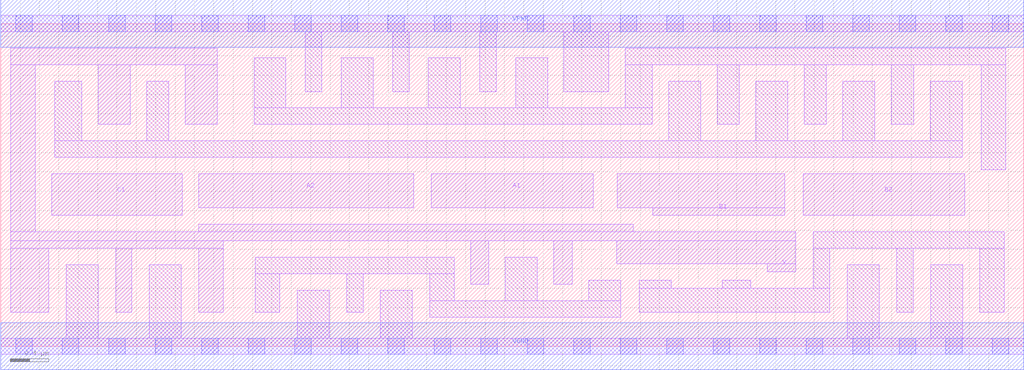
<source format=lef>
# Copyright 2020 The SkyWater PDK Authors
#
# Licensed under the Apache License, Version 2.0 (the "License");
# you may not use this file except in compliance with the License.
# You may obtain a copy of the License at
#
#     https://www.apache.org/licenses/LICENSE-2.0
#
# Unless required by applicable law or agreed to in writing, software
# distributed under the License is distributed on an "AS IS" BASIS,
# WITHOUT WARRANTIES OR CONDITIONS OF ANY KIND, either express or implied.
# See the License for the specific language governing permissions and
# limitations under the License.
#
# SPDX-License-Identifier: Apache-2.0

VERSION 5.7 ;
  NAMESCASESENSITIVE ON ;
  NOWIREEXTENSIONATPIN ON ;
  DIVIDERCHAR "/" ;
  BUSBITCHARS "[]" ;
UNITS
  DATABASE MICRONS 200 ;
END UNITS
MACRO sky130_fd_sc_ms__a221oi_4
  CLASS CORE ;
  SOURCE USER ;
  FOREIGN sky130_fd_sc_ms__a221oi_4 ;
  ORIGIN  0.000000  0.000000 ;
  SIZE  10.56000 BY  3.330000 ;
  SYMMETRY X Y ;
  SITE unit ;
  PIN A1
    ANTENNAGATEAREA  1.250400 ;
    DIRECTION INPUT ;
    USE SIGNAL ;
    PORT
      LAYER li1 ;
        RECT 4.445000 1.430000 6.115000 1.780000 ;
    END
  END A1
  PIN A2
    ANTENNAGATEAREA  1.250400 ;
    DIRECTION INPUT ;
    USE SIGNAL ;
    PORT
      LAYER li1 ;
        RECT 2.045000 1.430000 4.265000 1.780000 ;
    END
  END A2
  PIN B1
    ANTENNAGATEAREA  1.250400 ;
    DIRECTION INPUT ;
    USE SIGNAL ;
    PORT
      LAYER li1 ;
        RECT 6.365000 1.430000 8.095000 1.780000 ;
        RECT 6.730000 1.350000 8.095000 1.430000 ;
    END
  END B1
  PIN B2
    ANTENNAGATEAREA  1.250400 ;
    DIRECTION INPUT ;
    USE SIGNAL ;
    PORT
      LAYER li1 ;
        RECT 8.285000 1.350000 9.955000 1.780000 ;
    END
  END B2
  PIN C1
    ANTENNAGATEAREA  1.250400 ;
    DIRECTION INPUT ;
    USE SIGNAL ;
    PORT
      LAYER li1 ;
        RECT 0.525000 1.350000 1.875000 1.780000 ;
    END
  END C1
  PIN Y
    ANTENNADIFFAREA  2.313000 ;
    DIRECTION OUTPUT ;
    USE SIGNAL ;
    PORT
      LAYER li1 ;
        RECT 0.105000 0.350000 0.495000 1.010000 ;
        RECT 0.105000 1.010000 2.295000 1.090000 ;
        RECT 0.105000 1.090000 8.210000 1.180000 ;
        RECT 0.105000 1.180000 0.355000 2.905000 ;
        RECT 0.105000 2.905000 2.235000 3.075000 ;
        RECT 1.005000 2.290000 1.335000 2.905000 ;
        RECT 1.185000 0.350000 1.355000 1.010000 ;
        RECT 1.905000 2.290000 2.235000 2.905000 ;
        RECT 2.045000 0.350000 2.295000 1.010000 ;
        RECT 2.045000 1.180000 6.530000 1.260000 ;
        RECT 4.850000 0.640000 5.040000 1.090000 ;
        RECT 5.710000 0.640000 5.900000 1.090000 ;
        RECT 6.360000 0.850000 8.210000 1.090000 ;
        RECT 7.915000 0.770000 8.210000 0.850000 ;
    END
  END Y
  PIN VGND
    DIRECTION INOUT ;
    USE GROUND ;
    PORT
      LAYER met1 ;
        RECT 0.000000 -0.245000 10.560000 0.245000 ;
    END
  END VGND
  PIN VPWR
    DIRECTION INOUT ;
    USE POWER ;
    PORT
      LAYER met1 ;
        RECT 0.000000 3.085000 10.560000 3.575000 ;
    END
  END VPWR
  OBS
    LAYER li1 ;
      RECT  0.000000 -0.085000 10.560000 0.085000 ;
      RECT  0.000000  3.245000 10.560000 3.415000 ;
      RECT  0.555000  1.950000  9.925000 2.120000 ;
      RECT  0.555000  2.120000  0.835000 2.735000 ;
      RECT  0.675000  0.085000  1.005000 0.840000 ;
      RECT  1.505000  2.120000  1.735000 2.735000 ;
      RECT  1.535000  0.085000  1.865000 0.840000 ;
      RECT  2.615000  2.290000  6.725000 2.460000 ;
      RECT  2.615000  2.460000  2.945000 2.980000 ;
      RECT  2.630000  0.350000  2.880000 0.750000 ;
      RECT  2.630000  0.750000  4.680000 0.920000 ;
      RECT  3.060000  0.085000  3.390000 0.580000 ;
      RECT  3.145000  2.630000  3.315000 3.245000 ;
      RECT  3.515000  2.460000  3.845000 2.980000 ;
      RECT  3.570000  0.350000  3.740000 0.750000 ;
      RECT  3.920000  0.085000  4.250000 0.580000 ;
      RECT  4.045000  2.630000  4.215000 3.245000 ;
      RECT  4.415000  2.460000  4.745000 2.980000 ;
      RECT  4.430000  0.300000  6.400000 0.470000 ;
      RECT  4.430000  0.470000  4.680000 0.750000 ;
      RECT  4.945000  2.630000  5.115000 3.245000 ;
      RECT  5.210000  0.470000  5.540000 0.920000 ;
      RECT  5.315000  2.460000  5.645000 2.980000 ;
      RECT  5.815000  2.630000  6.275000 3.245000 ;
      RECT  6.070000  0.470000  6.400000 0.680000 ;
      RECT  6.445000  2.460000  6.725000 2.905000 ;
      RECT  6.445000  2.905000 10.375000 3.075000 ;
      RECT  6.590000  0.350000  8.560000 0.600000 ;
      RECT  6.590000  0.600000  6.920000 0.680000 ;
      RECT  6.895000  2.120000  7.225000 2.735000 ;
      RECT  7.395000  2.290000  7.625000 2.905000 ;
      RECT  7.450000  0.600000  7.745000 0.680000 ;
      RECT  7.795000  2.120000  8.125000 2.735000 ;
      RECT  8.295000  2.290000  8.525000 2.905000 ;
      RECT  8.390000  0.600000  8.560000 1.010000 ;
      RECT  8.390000  1.010000 10.360000 1.180000 ;
      RECT  8.695000  2.120000  9.025000 2.735000 ;
      RECT  8.740000  0.085000  9.070000 0.840000 ;
      RECT  9.195000  2.290000  9.425000 2.905000 ;
      RECT  9.250000  0.350000  9.420000 1.010000 ;
      RECT  9.595000  2.120000  9.925000 2.735000 ;
      RECT  9.600000  0.085000  9.930000 0.840000 ;
      RECT 10.110000  0.350000 10.360000 1.010000 ;
      RECT 10.125000  1.820000 10.375000 2.905000 ;
    LAYER mcon ;
      RECT  0.155000 -0.085000  0.325000 0.085000 ;
      RECT  0.155000  3.245000  0.325000 3.415000 ;
      RECT  0.635000 -0.085000  0.805000 0.085000 ;
      RECT  0.635000  3.245000  0.805000 3.415000 ;
      RECT  1.115000 -0.085000  1.285000 0.085000 ;
      RECT  1.115000  3.245000  1.285000 3.415000 ;
      RECT  1.595000 -0.085000  1.765000 0.085000 ;
      RECT  1.595000  3.245000  1.765000 3.415000 ;
      RECT  2.075000 -0.085000  2.245000 0.085000 ;
      RECT  2.075000  3.245000  2.245000 3.415000 ;
      RECT  2.555000 -0.085000  2.725000 0.085000 ;
      RECT  2.555000  3.245000  2.725000 3.415000 ;
      RECT  3.035000 -0.085000  3.205000 0.085000 ;
      RECT  3.035000  3.245000  3.205000 3.415000 ;
      RECT  3.515000 -0.085000  3.685000 0.085000 ;
      RECT  3.515000  3.245000  3.685000 3.415000 ;
      RECT  3.995000 -0.085000  4.165000 0.085000 ;
      RECT  3.995000  3.245000  4.165000 3.415000 ;
      RECT  4.475000 -0.085000  4.645000 0.085000 ;
      RECT  4.475000  3.245000  4.645000 3.415000 ;
      RECT  4.955000 -0.085000  5.125000 0.085000 ;
      RECT  4.955000  3.245000  5.125000 3.415000 ;
      RECT  5.435000 -0.085000  5.605000 0.085000 ;
      RECT  5.435000  3.245000  5.605000 3.415000 ;
      RECT  5.915000 -0.085000  6.085000 0.085000 ;
      RECT  5.915000  3.245000  6.085000 3.415000 ;
      RECT  6.395000 -0.085000  6.565000 0.085000 ;
      RECT  6.395000  3.245000  6.565000 3.415000 ;
      RECT  6.875000 -0.085000  7.045000 0.085000 ;
      RECT  6.875000  3.245000  7.045000 3.415000 ;
      RECT  7.355000 -0.085000  7.525000 0.085000 ;
      RECT  7.355000  3.245000  7.525000 3.415000 ;
      RECT  7.835000 -0.085000  8.005000 0.085000 ;
      RECT  7.835000  3.245000  8.005000 3.415000 ;
      RECT  8.315000 -0.085000  8.485000 0.085000 ;
      RECT  8.315000  3.245000  8.485000 3.415000 ;
      RECT  8.795000 -0.085000  8.965000 0.085000 ;
      RECT  8.795000  3.245000  8.965000 3.415000 ;
      RECT  9.275000 -0.085000  9.445000 0.085000 ;
      RECT  9.275000  3.245000  9.445000 3.415000 ;
      RECT  9.755000 -0.085000  9.925000 0.085000 ;
      RECT  9.755000  3.245000  9.925000 3.415000 ;
      RECT 10.235000 -0.085000 10.405000 0.085000 ;
      RECT 10.235000  3.245000 10.405000 3.415000 ;
  END
END sky130_fd_sc_ms__a221oi_4
END LIBRARY

</source>
